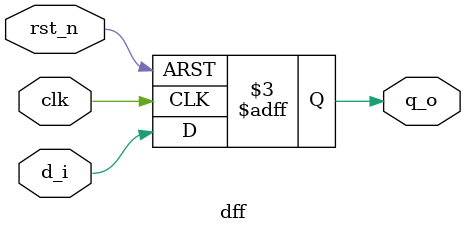
<source format=v>
module dff(
  input wire clk,
  input wire rst_n,

  input wire d_i,
  output reg q_o
);

  always@(posedge clk or negedge rst_n) begin

    if(rst_n == 1'b0) begin
      q_o <= 1'b0;
    end else begin
      q_o <= d_i;
    end

  end

endmodule

</source>
